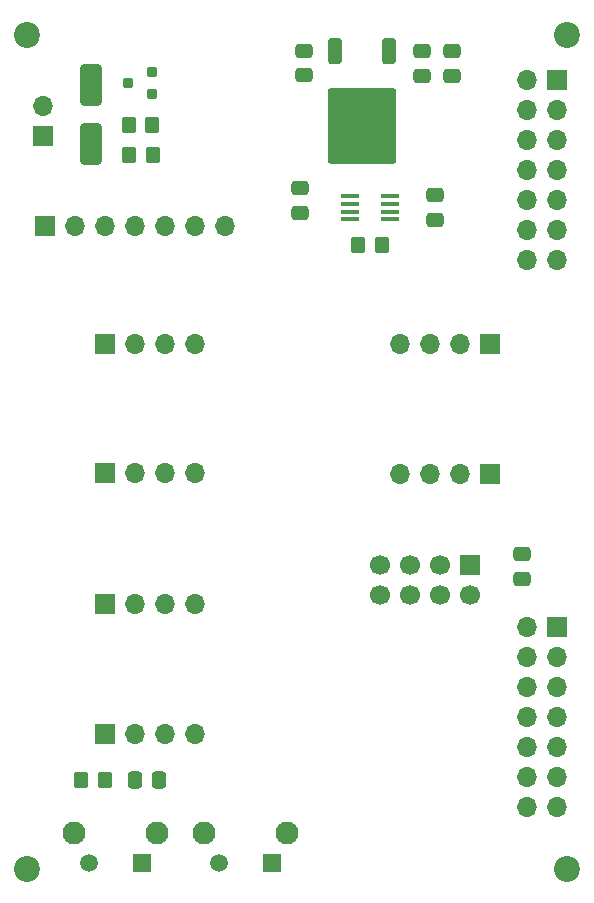
<source format=gts>
G04 #@! TF.GenerationSoftware,KiCad,Pcbnew,8.0.8*
G04 #@! TF.CreationDate,2025-01-30T21:03:47+01:00*
G04 #@! TF.ProjectId,HAMS_hub,48414d53-5f68-4756-922e-6b696361645f,rev?*
G04 #@! TF.SameCoordinates,Original*
G04 #@! TF.FileFunction,Soldermask,Top*
G04 #@! TF.FilePolarity,Negative*
%FSLAX46Y46*%
G04 Gerber Fmt 4.6, Leading zero omitted, Abs format (unit mm)*
G04 Created by KiCad (PCBNEW 8.0.8) date 2025-01-30 21:03:47*
%MOMM*%
%LPD*%
G01*
G04 APERTURE LIST*
G04 Aperture macros list*
%AMRoundRect*
0 Rectangle with rounded corners*
0 $1 Rounding radius*
0 $2 $3 $4 $5 $6 $7 $8 $9 X,Y pos of 4 corners*
0 Add a 4 corners polygon primitive as box body*
4,1,4,$2,$3,$4,$5,$6,$7,$8,$9,$2,$3,0*
0 Add four circle primitives for the rounded corners*
1,1,$1+$1,$2,$3*
1,1,$1+$1,$4,$5*
1,1,$1+$1,$6,$7*
1,1,$1+$1,$8,$9*
0 Add four rect primitives between the rounded corners*
20,1,$1+$1,$2,$3,$4,$5,0*
20,1,$1+$1,$4,$5,$6,$7,0*
20,1,$1+$1,$6,$7,$8,$9,0*
20,1,$1+$1,$8,$9,$2,$3,0*%
G04 Aperture macros list end*
%ADD10C,1.950000*%
%ADD11C,1.500000*%
%ADD12R,1.500000X1.500000*%
%ADD13R,1.700000X1.700000*%
%ADD14O,1.700000X1.700000*%
%ADD15RoundRect,0.200000X0.250000X0.200000X-0.250000X0.200000X-0.250000X-0.200000X0.250000X-0.200000X0*%
%ADD16C,2.200000*%
%ADD17RoundRect,0.250000X0.350000X0.450000X-0.350000X0.450000X-0.350000X-0.450000X0.350000X-0.450000X0*%
%ADD18RoundRect,0.250000X-0.475000X0.337500X-0.475000X-0.337500X0.475000X-0.337500X0.475000X0.337500X0*%
%ADD19RoundRect,0.250000X0.475000X-0.337500X0.475000X0.337500X-0.475000X0.337500X-0.475000X-0.337500X0*%
%ADD20C,1.700000*%
%ADD21R,1.600000X0.300000*%
%ADD22RoundRect,0.250000X0.650000X-1.500000X0.650000X1.500000X-0.650000X1.500000X-0.650000X-1.500000X0*%
%ADD23RoundRect,0.250000X-0.337500X-0.475000X0.337500X-0.475000X0.337500X0.475000X-0.337500X0.475000X0*%
%ADD24RoundRect,0.250000X-0.350000X0.850000X-0.350000X-0.850000X0.350000X-0.850000X0.350000X0.850000X0*%
%ADD25RoundRect,0.249997X-2.650003X2.950003X-2.650003X-2.950003X2.650003X-2.950003X2.650003X2.950003X0*%
G04 APERTURE END LIST*
D10*
X100600000Y-128500000D03*
X107600000Y-128500000D03*
D11*
X101850000Y-131000000D03*
D12*
X106350000Y-131000000D03*
D13*
X130490000Y-64700000D03*
D14*
X127950000Y-64700000D03*
X130490000Y-67240000D03*
X127950000Y-67240000D03*
X130490000Y-69780000D03*
X127950000Y-69780000D03*
X130490000Y-72320000D03*
X127950000Y-72320000D03*
X130490000Y-74860000D03*
X127950000Y-74860000D03*
X130490000Y-77400000D03*
X127950000Y-77400000D03*
X130490000Y-79940000D03*
X127950000Y-79940000D03*
D15*
X96150000Y-65925000D03*
X96150000Y-64025000D03*
X94150000Y-64975000D03*
D10*
X89575000Y-128500000D03*
X96575000Y-128500000D03*
D11*
X90825000Y-131000000D03*
D12*
X95325000Y-131000000D03*
D16*
X85600000Y-60900000D03*
D17*
X96200000Y-68550000D03*
X94200000Y-68550000D03*
D13*
X124775000Y-87075000D03*
D14*
X122235000Y-87075000D03*
X119695000Y-87075000D03*
X117155000Y-87075000D03*
D13*
X86925000Y-69465000D03*
D14*
X86925000Y-66925000D03*
D13*
X130490000Y-111085000D03*
D14*
X127950000Y-111085000D03*
X130490000Y-113625000D03*
X127950000Y-113625000D03*
X130490000Y-116165000D03*
X127950000Y-116165000D03*
X130490000Y-118705000D03*
X127950000Y-118705000D03*
X130490000Y-121245000D03*
X127950000Y-121245000D03*
X130490000Y-123785000D03*
X127950000Y-123785000D03*
X130490000Y-126325000D03*
X127950000Y-126325000D03*
D17*
X96225000Y-71100000D03*
X94225000Y-71100000D03*
D18*
X119042500Y-62312500D03*
X119042500Y-64387500D03*
D19*
X108700000Y-75962500D03*
X108700000Y-73887500D03*
D16*
X85600000Y-131500000D03*
D18*
X121592500Y-62312500D03*
X121592500Y-64387500D03*
D16*
X131300000Y-60900000D03*
D13*
X123115000Y-105810000D03*
D20*
X123115000Y-108350000D03*
X120575000Y-105810000D03*
X120575000Y-108350000D03*
X118035000Y-105810000D03*
X118035000Y-108350000D03*
X115495000Y-105810000D03*
X115495000Y-108350000D03*
D21*
X112925000Y-74575000D03*
X112925000Y-75225000D03*
X112925000Y-75875000D03*
X112925000Y-76525000D03*
X116325000Y-76525000D03*
X116325000Y-75875000D03*
X116325000Y-75225000D03*
X116325000Y-74575000D03*
D13*
X92175000Y-87050000D03*
D14*
X94715000Y-87050000D03*
X97255000Y-87050000D03*
X99795000Y-87050000D03*
D22*
X91025000Y-70150000D03*
X91025000Y-65150000D03*
D13*
X92170000Y-120075000D03*
D14*
X94710000Y-120075000D03*
X97250000Y-120075000D03*
X99790000Y-120075000D03*
D13*
X124775000Y-98100000D03*
D14*
X122235000Y-98100000D03*
X119695000Y-98100000D03*
X117155000Y-98100000D03*
D13*
X87100000Y-77075000D03*
D14*
X89640000Y-77075000D03*
X92180000Y-77075000D03*
X94720000Y-77075000D03*
X97260000Y-77075000D03*
X99800000Y-77075000D03*
X102340000Y-77075000D03*
D23*
X96775000Y-123975000D03*
X94700000Y-123975000D03*
D19*
X127525000Y-106987500D03*
X127525000Y-104912500D03*
D17*
X90175000Y-123975000D03*
X92175000Y-123975000D03*
D18*
X120125000Y-74512500D03*
X120125000Y-76587500D03*
X109042500Y-62275000D03*
X109042500Y-64350000D03*
D24*
X116250000Y-62300000D03*
D25*
X113970000Y-68600000D03*
D24*
X111690000Y-62300000D03*
D13*
X92170000Y-109080000D03*
D14*
X94710000Y-109080000D03*
X97250000Y-109080000D03*
X99790000Y-109080000D03*
D17*
X115625000Y-78700000D03*
X113625000Y-78700000D03*
D16*
X131300000Y-131500000D03*
D13*
X92175000Y-98050000D03*
D14*
X94715000Y-98050000D03*
X97255000Y-98050000D03*
X99795000Y-98050000D03*
M02*

</source>
